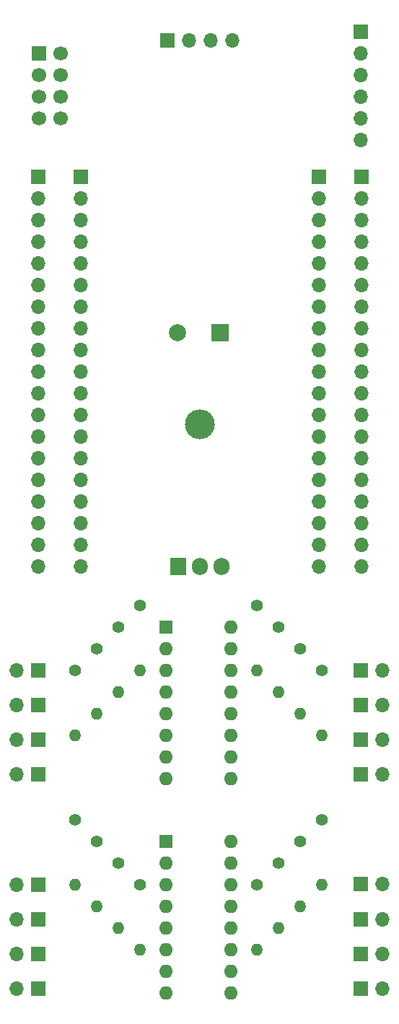
<source format=gbr>
%TF.GenerationSoftware,KiCad,Pcbnew,8.0.3*%
%TF.CreationDate,2024-06-22T22:46:11+02:00*%
%TF.ProjectId,arcade stick,61726361-6465-4207-9374-69636b2e6b69,rev?*%
%TF.SameCoordinates,Original*%
%TF.FileFunction,Soldermask,Bot*%
%TF.FilePolarity,Negative*%
%FSLAX46Y46*%
G04 Gerber Fmt 4.6, Leading zero omitted, Abs format (unit mm)*
G04 Created by KiCad (PCBNEW 8.0.3) date 2024-06-22 22:46:11*
%MOMM*%
%LPD*%
G01*
G04 APERTURE LIST*
%ADD10C,2.000000*%
%ADD11R,2.000000X2.000000*%
%ADD12R,1.700000X1.700000*%
%ADD13O,1.700000X1.700000*%
%ADD14R,1.600000X1.600000*%
%ADD15O,1.600000X1.600000*%
%ADD16O,1.400000X1.400000*%
%ADD17C,1.400000*%
%ADD18C,1.700000*%
%ADD19O,1.905000X2.000000*%
%ADD20R,1.905000X2.000000*%
%ADD21O,3.500000X3.500000*%
G04 APERTURE END LIST*
D10*
%TO.C,C1*%
X115651677Y-70866000D03*
D11*
X120651677Y-70866000D03*
%TD*%
D12*
%TO.C,Oled_screen1*%
X114484000Y-36576000D03*
D13*
X117024000Y-36576000D03*
X119564000Y-36576000D03*
X122104000Y-36576000D03*
%TD*%
D14*
%TO.C,U2*%
X114357000Y-130546000D03*
D15*
X114357000Y-133086000D03*
X114357000Y-135626000D03*
X114357000Y-138166000D03*
X114357000Y-140706000D03*
X114357000Y-143246000D03*
X114357000Y-145786000D03*
X114357000Y-148326000D03*
X121977000Y-148326000D03*
X121977000Y-145786000D03*
X121977000Y-143246000D03*
X121977000Y-140706000D03*
X121977000Y-138166000D03*
X121977000Y-135626000D03*
X121977000Y-133086000D03*
X121977000Y-130546000D03*
%TD*%
D14*
%TO.C,U1*%
X114347000Y-105410000D03*
D15*
X114347000Y-107950000D03*
X114347000Y-110490000D03*
X114347000Y-113030000D03*
X114347000Y-115570000D03*
X114347000Y-118110000D03*
X114347000Y-120650000D03*
X114347000Y-123190000D03*
X121967000Y-123190000D03*
X121967000Y-120650000D03*
X121967000Y-118110000D03*
X121967000Y-115570000D03*
X121967000Y-113030000D03*
X121967000Y-110490000D03*
X121967000Y-107950000D03*
X121967000Y-105410000D03*
%TD*%
D12*
%TO.C,SW16*%
X99366000Y-147828000D03*
D13*
X96826000Y-147828000D03*
%TD*%
D12*
%TO.C,SW15*%
X99366000Y-143764000D03*
D13*
X96826000Y-143764000D03*
%TD*%
D12*
%TO.C,SW14*%
X99366000Y-139700000D03*
D13*
X96826000Y-139700000D03*
%TD*%
D12*
%TO.C,SW13*%
X99366000Y-135636000D03*
D13*
X96826000Y-135636000D03*
%TD*%
%TO.C,SW12*%
X139747000Y-135558000D03*
D12*
X137207000Y-135558000D03*
%TD*%
D13*
%TO.C,SW11*%
X139742000Y-139700000D03*
D12*
X137202000Y-139700000D03*
%TD*%
D13*
%TO.C,SW10*%
X139742000Y-143764000D03*
D12*
X137202000Y-143764000D03*
%TD*%
D13*
%TO.C,SW9*%
X139742000Y-147828000D03*
D12*
X137202000Y-147828000D03*
%TD*%
D13*
%TO.C,SW8*%
X96823500Y-122682000D03*
D12*
X99363500Y-122682000D03*
%TD*%
D13*
%TO.C,SW7*%
X96823500Y-118618000D03*
D12*
X99363500Y-118618000D03*
%TD*%
D13*
%TO.C,SW6*%
X96823500Y-114554000D03*
D12*
X99363500Y-114554000D03*
%TD*%
%TO.C,SW5*%
X99358500Y-110490000D03*
D13*
X96818500Y-110490000D03*
%TD*%
D12*
%TO.C,SW4*%
X137199500Y-110490000D03*
D13*
X139739500Y-110490000D03*
%TD*%
%TO.C,SW3*%
X139744500Y-114554000D03*
D12*
X137204500Y-114554000D03*
%TD*%
D13*
%TO.C,SW2*%
X139744500Y-118618000D03*
D12*
X137204500Y-118618000D03*
%TD*%
%TO.C,SW1*%
X137204500Y-122682000D03*
D13*
X139744500Y-122682000D03*
%TD*%
D16*
%TO.C,R16*%
X111299000Y-143256000D03*
D17*
X111299000Y-135636000D03*
%TD*%
D16*
%TO.C,R15*%
X108759000Y-140716000D03*
D17*
X108759000Y-133096000D03*
%TD*%
D16*
%TO.C,R14*%
X106219000Y-138176000D03*
D17*
X106219000Y-130556000D03*
%TD*%
D16*
%TO.C,R13*%
X103679000Y-135636000D03*
D17*
X103679000Y-128016000D03*
%TD*%
%TO.C,R12*%
X132645000Y-128006000D03*
D16*
X132645000Y-135626000D03*
%TD*%
D17*
%TO.C,R11*%
X130105000Y-130546000D03*
D16*
X130105000Y-138166000D03*
%TD*%
D17*
%TO.C,R10*%
X127565000Y-133086000D03*
D16*
X127565000Y-140706000D03*
%TD*%
D17*
%TO.C,R9*%
X125025000Y-135626000D03*
D16*
X125025000Y-143246000D03*
%TD*%
D17*
%TO.C,R8*%
X103681500Y-110490000D03*
D16*
X103681500Y-118110000D03*
%TD*%
%TO.C,R7*%
X132637500Y-118110000D03*
D17*
X132637500Y-110490000D03*
%TD*%
D16*
%TO.C,R6*%
X106221500Y-115570000D03*
D17*
X106221500Y-107950000D03*
%TD*%
D16*
%TO.C,R5*%
X108761500Y-113030000D03*
D17*
X108761500Y-105410000D03*
%TD*%
%TO.C,R4*%
X111301500Y-102870000D03*
D16*
X111301500Y-110490000D03*
%TD*%
%TO.C,R3*%
X125017500Y-110490000D03*
D17*
X125017500Y-102870000D03*
%TD*%
%TO.C,R2*%
X127557500Y-105410000D03*
D16*
X127557500Y-113030000D03*
%TD*%
D17*
%TO.C,R1*%
X130097500Y-107950000D03*
D16*
X130097500Y-115570000D03*
%TD*%
D12*
%TO.C,NRF1*%
X137146000Y-35530000D03*
D13*
X137146000Y-38070000D03*
X137146000Y-40610000D03*
X137146000Y-43150000D03*
X137146000Y-45690000D03*
X137146000Y-48230000D03*
D12*
X99408000Y-38070000D03*
D18*
X101948000Y-38070000D03*
X99408000Y-40610000D03*
X101948000Y-40610000D03*
X99408000Y-43150000D03*
X101948000Y-43150000D03*
X99408000Y-45690000D03*
X101948000Y-45690000D03*
%TD*%
D12*
%TO.C,ESP32-WROOM-32U1*%
X99314000Y-52578000D03*
X104314000Y-52578000D03*
D13*
X99314000Y-55118000D03*
X104314000Y-55118000D03*
X99314000Y-57658000D03*
X104314000Y-57658000D03*
X99314000Y-60198000D03*
X104314000Y-60198000D03*
X99314000Y-62738000D03*
X104314000Y-62738000D03*
X99314000Y-65278000D03*
X104314000Y-65278000D03*
X99314000Y-67818000D03*
X104314000Y-67818000D03*
X99314000Y-70358000D03*
X104314000Y-70358000D03*
X99314000Y-72898000D03*
X104314000Y-72898000D03*
X99314000Y-75438000D03*
X104314000Y-75438000D03*
X99314000Y-77978000D03*
X104314000Y-77978000D03*
X99314000Y-80518000D03*
X104314000Y-80518000D03*
X99314000Y-83058000D03*
X104314000Y-83058000D03*
X99314000Y-85598000D03*
X104314000Y-85598000D03*
X99314000Y-88138000D03*
X104314000Y-88138000D03*
X99314000Y-90678000D03*
X104314000Y-90678000D03*
X99314000Y-93218000D03*
X104314000Y-93218000D03*
X99314000Y-95758000D03*
X104314000Y-95758000D03*
X99314000Y-98298000D03*
X104314000Y-98298000D03*
D12*
X132254000Y-52578000D03*
X137254000Y-52578000D03*
D13*
X132254000Y-55118000D03*
X137254000Y-55118000D03*
X132254000Y-57658000D03*
X137254000Y-57658000D03*
X132254000Y-60198000D03*
X137254000Y-60198000D03*
X132254000Y-62738000D03*
X137254000Y-62738000D03*
X132254000Y-65278000D03*
X137254000Y-65278000D03*
X132254000Y-67818000D03*
X137254000Y-67818000D03*
X132254000Y-70358000D03*
X137254000Y-70358000D03*
X132254000Y-72898000D03*
X137254000Y-72898000D03*
X132254000Y-75438000D03*
X137254000Y-75438000D03*
X132254000Y-77978000D03*
X137254000Y-77978000D03*
X132254000Y-80518000D03*
X137254000Y-80518000D03*
X132254000Y-83058000D03*
X137254000Y-83058000D03*
X132254000Y-85598000D03*
X137254000Y-85598000D03*
X132254000Y-88138000D03*
X137254000Y-88138000D03*
X132254000Y-90678000D03*
X137254000Y-90678000D03*
X132254000Y-93218000D03*
X137254000Y-93218000D03*
X132254000Y-95758000D03*
X137254000Y-95758000D03*
X132254000Y-98298000D03*
X137254000Y-98298000D03*
%TD*%
D19*
%TO.C,3v3_regulator1*%
X120824000Y-98298000D03*
X118284000Y-98298000D03*
D20*
X115744000Y-98298000D03*
D21*
X118284000Y-81638000D03*
%TD*%
M02*

</source>
